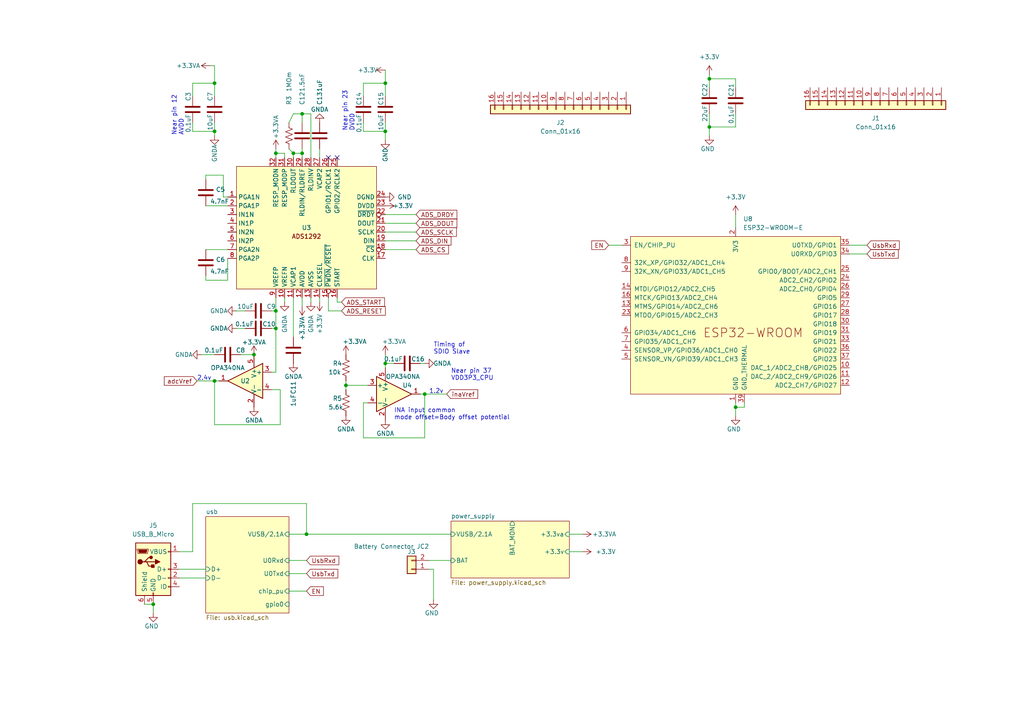
<source format=kicad_sch>
(kicad_sch (version 20231120) (generator "eeschema") (generator_version "8.0")
  (paper "A4")
  (lib_symbols
    (symbol "Amplifier_Operational:OPA340NA" (pin_names (offset 0.127))
      (property "Reference" "U" (at -1.27 6.35 0))
      (property "Value" "OPA340NA" (at -1.27 3.81 0))
      (symbol "OPA340NA_0_1"
        (polyline (pts (xy -5.08 5.08) (xy 5.08 0) (xy -5.08 -5.08) (xy -5.08 5.08)) (stroke (width 0.254)) (fill (type background)))
        (pin power_in line (at -2.54 -7.62 90) (length 3.81) (name "V-") (number "2"))
        (pin power_in line (at -2.54 7.62 270) (length 3.81) (name "V+") (number "5"))
      )
      (symbol "OPA340NA_1_1"
        (pin output line (at 7.62 0 180) (length 2.54) (name "~") (number "1"))
        (pin input line (at -7.62 2.54 0) (length 2.54) (name "+") (number "3"))
        (pin input line (at -7.62 -2.54 0) (length 2.54) (name "-") (number "4"))
      )
    )
    (symbol "Connector:USB_B_Micro" (pin_names (offset 1.016))
      (property "Reference" "J" (at -5.08 11.43 0))
      (property "Value" "USB_B_Micro" (at -5.08 8.89 0))
      (symbol "USB_B_Micro_0_1"
        (rectangle (start -5.08 -7.62) (end 5.08 7.62) (stroke (width 0.254)) (fill (type background)))
        (circle (center -3.81 2.159) (radius 0.635) (stroke (width 0.254)) (fill (type outline)))
        (circle (center -0.635 3.429) (radius 0.381) (stroke (width 0.254)) (fill (type outline)))
        (rectangle (start -0.127 -7.62) (end 0.127 -6.858))
        (polyline (pts (xy -1.905 2.159) (xy 0.635 2.159)) (stroke (width 0.254)))
        (polyline (pts (xy -3.175 2.159) (xy -2.54 2.159) (xy -1.27 3.429) (xy -0.635 3.429)) (stroke (width 0.254)))
        (polyline (pts (xy -2.54 2.159) (xy -1.905 2.159) (xy -1.27 0.889) (xy 0 0.889)) (stroke (width 0.254)))
        (polyline (pts (xy 0.635 2.794) (xy 0.635 1.524) (xy 1.905 2.159) (xy 0.635 2.794)) (stroke (width 0.254)) (fill (type outline)))
        (polyline (pts (xy -4.318 5.588) (xy -1.778 5.588) (xy -2.032 4.826) (xy -4.064 4.826) (xy -4.318 5.588)) (fill (type outline)))
        (polyline (pts (xy -4.699 5.842) (xy -4.699 5.588) (xy -4.445 4.826) (xy -4.445 4.572) (xy -1.651 4.572) (xy -1.651 4.826) (xy -1.397 5.588) (xy -1.397 5.842) (xy -4.699 5.842)))
        (rectangle (start 0.254 1.27) (end -0.508 0.508) (stroke (width 0.254)) (fill (type outline)))
        (rectangle (start 5.08 -5.207) (end 4.318 -4.953))
        (rectangle (start 5.08 -2.667) (end 4.318 -2.413))
        (rectangle (start 5.08 -0.127) (end 4.318 0.127))
        (rectangle (start 5.08 4.953) (end 4.318 5.207))
      )
      (symbol "USB_B_Micro_1_1"
        (pin power_out line (at 7.62 5.08 180) (length 2.54) (name "VBUS") (number "1"))
        (pin bidirectional line (at 7.62 -2.54 180) (length 2.54) (name "D-") (number "2"))
        (pin bidirectional line (at 7.62 0 180) (length 2.54) (name "D+") (number "3"))
        (pin passive line (at 7.62 -5.08 180) (length 2.54) (name "ID") (number "4"))
        (pin power_out line (at 0 -10.16 90) (length 2.54) (name "GND") (number "5"))
        (pin passive line (at -2.54 -10.16 90) (length 2.54) (name "Shield") (number "6"))
      )
    )
    (symbol "Connector_Generic:Conn_01x02" (pin_names (offset 1.016) hide)
      (property "Reference" "J" (at 0 2.54 0))
      (property "Value" "Conn_01x02" (at 0 -5.08 0))
      (symbol "Conn_01x02_1_1"
        (rectangle (start -1.27 -2.413) (end 0 -2.667) (stroke (width 0.1524)))
        (rectangle (start -1.27 0.127) (end 0 -0.127) (stroke (width 0.1524)))
        (rectangle (start -1.27 1.27) (end 1.27 -3.81) (stroke (width 0.254)) (fill (type background)))
        (pin passive line (at -5.08 0 0) (length 3.81) (name "Pin_1") (number "1"))
        (pin passive line (at -5.08 -2.54 0) (length 3.81) (name "Pin_2") (number "2"))
      )
    )
    (symbol "Connector_Generic:Conn_01x16" (pin_names (offset 1.016) hide)
      (property "Reference" "J" (at 0 20.32 0))
      (property "Value" "Conn_01x16" (at 0 -22.86 0))
      (symbol "Conn_01x16_1_1"
        (rectangle (start -1.27 -20.193) (end 0 -20.447) (stroke (width 0.1524)))
        (rectangle (start -1.27 -17.653) (end 0 -17.907) (stroke (width 0.1524)))
        (rectangle (start -1.27 -15.113) (end 0 -15.367) (stroke (width 0.1524)))
        (rectangle (start -1.27 -12.573) (end 0 -12.827) (stroke (width 0.1524)))
        (rectangle (start -1.27 -10.033) (end 0 -10.287) (stroke (width 0.1524)))
        (rectangle (start -1.27 -7.493) (end 0 -7.747) (stroke (width 0.1524)))
        (rectangle (start -1.27 -4.953) (end 0 -5.207) (stroke (width 0.1524)))
        (rectangle (start -1.27 -2.413) (end 0 -2.667) (stroke (width 0.1524)))
        (rectangle (start -1.27 0.127) (end 0 -0.127) (stroke (width 0.1524)))
        (rectangle (start -1.27 2.667) (end 0 2.413) (stroke (width 0.1524)))
        (rectangle (start -1.27 5.207) (end 0 4.953) (stroke (width 0.1524)))
        (rectangle (start -1.27 7.747) (end 0 7.493) (stroke (width 0.1524)))
        (rectangle (start -1.27 10.287) (end 0 10.033) (stroke (width 0.1524)))
        (rectangle (start -1.27 12.827) (end 0 12.573) (stroke (width 0.1524)))
        (rectangle (start -1.27 15.367) (end 0 15.113) (stroke (width 0.1524)))
        (rectangle (start -1.27 17.907) (end 0 17.653) (stroke (width 0.1524)))
        (rectangle (start -1.27 19.05) (end 1.27 -21.59) (stroke (width 0.254)) (fill (type background)))
        (pin passive line (at -5.08 17.78 0) (length 3.81) (name "Pin_1") (number "1"))
        (pin passive line (at -5.08 -5.08 0) (length 3.81) (name "Pin_10") (number "10"))
        (pin passive line (at -5.08 -7.62 0) (length 3.81) (name "Pin_11") (number "11"))
        (pin passive line (at -5.08 -10.16 0) (length 3.81) (name "Pin_12") (number "12"))
        (pin passive line (at -5.08 -12.7 0) (length 3.81) (name "Pin_13") (number "13"))
        (pin passive line (at -5.08 -15.24 0) (length 3.81) (name "Pin_14") (number "14"))
        (pin passive line (at -5.08 -17.78 0) (length 3.81) (name "Pin_15") (number "15"))
        (pin passive line (at -5.08 -20.32 0) (length 3.81) (name "Pin_16") (number "16"))
        (pin passive line (at -5.08 15.24 0) (length 3.81) (name "Pin_2") (number "2"))
        (pin passive line (at -5.08 12.7 0) (length 3.81) (name "Pin_3") (number "3"))
        (pin passive line (at -5.08 10.16 0) (length 3.81) (name "Pin_4") (number "4"))
        (pin passive line (at -5.08 7.62 0) (length 3.81) (name "Pin_5") (number "5"))
        (pin passive line (at -5.08 5.08 0) (length 3.81) (name "Pin_6") (number "6"))
        (pin passive line (at -5.08 2.54 0) (length 3.81) (name "Pin_7") (number "7"))
        (pin passive line (at -5.08 0 0) (length 3.81) (name "Pin_8") (number "8"))
        (pin passive line (at -5.08 -2.54 0) (length 3.81) (name "Pin_9") (number "9"))
      )
    )
    (symbol "Device:C" (pin_numbers hide) (pin_names (offset 0.254))
      (property "Reference" "C" (at 0.635 2.54 0))
      (property "Value" "C" (at 0.635 -2.54 0))
      (symbol "C_0_1"
        (polyline (pts (xy -2.032 -0.762) (xy 2.032 -0.762)) (stroke (width 0.508)))
        (polyline (pts (xy -2.032 0.762) (xy 2.032 0.762)) (stroke (width 0.508)))
      )
      (symbol "C_1_1"
        (pin passive line (at 0 3.81 270) (length 2.794) (name "~") (number "1"))
        (pin passive line (at 0 -3.81 90) (length 2.794) (name "~") (number "2"))
      )
    )
    (symbol "Device:R_US" (pin_numbers hide) (pin_names (offset 0))
      (property "Reference" "R" (at 2.54 0 90))
      (property "Value" "R_US" (at -2.54 0 90))
      (symbol "R_US_0_1"
        (polyline (pts (xy 0 -2.286) (xy 0 -2.54)))
        (polyline (pts (xy 0 2.286) (xy 0 2.54)))
        (polyline (pts (xy 0 -0.762) (xy 1.016 -1.143) (xy 0 -1.524) (xy -1.016 -1.905) (xy 0 -2.286)))
        (polyline (pts (xy 0 0.762) (xy 1.016 0.381) (xy 0 0) (xy -1.016 -0.381) (xy 0 -0.762)))
        (polyline (pts (xy 0 2.286) (xy 1.016 1.905) (xy 0 1.524) (xy -1.016 1.143) (xy 0 0.762)))
      )
      (symbol "R_US_1_1"
        (pin passive line (at 0 3.81 270) (length 1.27) (name "~") (number "1"))
        (pin passive line (at 0 -3.81 90) (length 1.27) (name "~") (number "2"))
      )
    )
    (symbol "espLib:ADS1292"
      (property "Reference" "U" (at 0 0 0))
      (property "Value" "ADS1292" (at 0 -2.54 0))
      (symbol "ADS1292_0_1"
        (rectangle (start -20.32 17.78) (end 20.32 -17.78) (stroke (width 0.1524)) (fill (type background)))
      )
      (symbol "ADS1292_1_1"
        (pin output line (at -22.86 8.89 0) (length 2.54) (name "PGA1N") (number "1"))
        (pin input line (at -6.35 -20.32 90) (length 2.54) (name "VREFN") (number "10"))
        (pin bidirectional line (at -3.81 -20.32 90) (length 2.54) (name "VCAP1") (number "11"))
        (pin power_in line (at -1.27 -20.32 90) (length 2.54) (name "AVDD") (number "12"))
        (pin power_in line (at 1.27 -20.32 90) (length 2.54) (name "AVSS") (number "13"))
        (pin input line (at 3.81 -20.32 90) (length 2.54) (name "CLKSEL") (number "14"))
        (pin input inverted (at 6.35 -20.32 90) (length 2.54) (name "~{PWDN}/~{RESET}") (number "15"))
        (pin input line (at 8.89 -20.32 90) (length 2.54) (name "START") (number "16"))
        (pin input line (at 22.86 -8.89 180) (length 2.54) (name "CLK") (number "17"))
        (pin input inverted (at 22.86 -6.35 180) (length 2.54) (name "~{CS}") (number "18"))
        (pin input line (at 22.86 -3.81 180) (length 2.54) (name "DIN") (number "19"))
        (pin output line (at -22.86 6.35 0) (length 2.54) (name "PGA1P") (number "2"))
        (pin input line (at 22.86 -1.27 180) (length 2.54) (name "SCLK") (number "20"))
        (pin output line (at 22.86 1.27 180) (length 2.54) (name "DOUT") (number "21"))
        (pin output inverted (at 22.86 3.81 180) (length 2.54) (name "~{DRDY}") (number "22"))
        (pin power_in line (at 22.86 6.35 180) (length 2.54) (name "DVDD") (number "23"))
        (pin power_in line (at 22.86 8.89 180) (length 2.54) (name "DGND") (number "24"))
        (pin bidirectional line (at 8.89 20.32 270) (length 2.54) (name "GPIO2/RCLK2") (number "25"))
        (pin bidirectional line (at 6.35 20.32 270) (length 2.54) (name "GPIO1/RCLK1") (number "26"))
        (pin bidirectional line (at 3.81 20.32 270) (length 2.54) (name "VCAP2") (number "27"))
        (pin input line (at 1.27 20.32 270) (length 2.54) (name "RLDINV") (number "28"))
        (pin input line (at -1.27 20.32 270) (length 2.54) (name "RLDIN/RLDREF") (number "29"))
        (pin input line (at -22.86 3.81 0) (length 2.54) (name "IN1N") (number "3"))
        (pin output line (at -3.81 20.32 270) (length 2.54) (name "RLDOUT") (number "30"))
        (pin bidirectional line (at -6.35 20.32 270) (length 2.54) (name "RESP_MODP") (number "31"))
        (pin bidirectional line (at -8.89 20.32 270) (length 2.54) (name "RESP_MODN") (number "32"))
        (pin input line (at -22.86 1.27 0) (length 2.54) (name "IN1P") (number "4"))
        (pin input line (at -22.86 -1.27 0) (length 2.54) (name "IN2N") (number "5"))
        (pin input line (at -22.86 -3.81 0) (length 2.54) (name "IN2P") (number "6"))
        (pin output line (at -22.86 -6.35 0) (length 2.54) (name "PGA2N") (number "7"))
        (pin output line (at -22.86 -8.89 0) (length 2.54) (name "PGA2P") (number "8"))
        (pin bidirectional line (at -8.89 -20.32 90) (length 2.54) (name "VREFP") (number "9"))
      )
    )
    (symbol "espressif_github:ESP32-WROOM-E" (pin_names (offset 1.016))
      (property "Reference" "U" (at -30.48 27.94 0))
      (property "Value" "ESP32-WROOM-E" (at -30.48 25.4 0))
      (symbol "ESP32-WROOM-E_0_1"
        (rectangle (start -30.48 22.86) (end 30.48 -22.86) (fill (type background)))
      )
      (symbol "ESP32-WROOM-E_1_1"
        (text "ESP32-­WROOM­" (at 5.08 -5.08 0) (effects (font (size 2.54 2.54))))
        (pin power_in line (at 0 -25.4 90) (length 2.54) (name "GND") (number "1"))
        (pin bidirectional line (at 33.02 -15.24 180) (length 2.54) (name "DAC_1/ADC2_CH8/GPIO25") (number "10"))
        (pin bidirectional line (at 33.02 -17.78 180) (length 2.54) (name "DAC_2/ADC2_CH9/GPIO26") (number "11"))
        (pin bidirectional line (at 33.02 -20.32 180) (length 2.54) (name "ADC2_CH7/GPIO27") (number "12"))
        (pin bidirectional line (at -33.02 2.54 0) (length 2.54) (name "MTMS/GPIO14/ADC2_CH6") (number "13"))
        (pin bidirectional line (at -33.02 7.62 0) (length 2.54) (name "MTDI/GPIO12/ADC2_CH5") (number "14"))
        (pin passive line (at 0 -25.4 90) (length 2.54) hide (name "GND") (number "15"))
        (pin bidirectional line (at -33.02 5.08 0) (length 2.54) (name "MTCK/GPIO13/ADC2_CH4") (number "16"))
        (pin power_in line (at 0 25.4 270) (length 2.54) (name "3V3") (number "2"))
        (pin bidirectional line (at -33.02 0 0) (length 2.54) (name "MTDO/GPIO15/ADC2_CH3") (number "23"))
        (pin bidirectional line (at 33.02 10.16 180) (length 2.54) (name "ADC2_CH2/GPIO2") (number "24"))
        (pin bidirectional line (at 33.02 12.7 180) (length 2.54) (name "GPIO0/BOOT/ADC2_CH1") (number "25"))
        (pin bidirectional line (at 33.02 7.62 180) (length 2.54) (name "ADC2_CH0/GPIO4") (number "26"))
        (pin bidirectional line (at 33.02 2.54 180) (length 2.54) (name "GPIO16") (number "27"))
        (pin bidirectional line (at 33.02 0 180) (length 2.54) (name "GPIO17") (number "28"))
        (pin bidirectional line (at 33.02 5.08 180) (length 2.54) (name "GPIO5") (number "29"))
        (pin input line (at -33.02 20.32 0) (length 2.54) (name "EN/CHIP_PU") (number "3"))
        (pin bidirectional line (at 33.02 -2.54 180) (length 2.54) (name "GPIO18") (number "30"))
        (pin bidirectional line (at 33.02 -5.08 180) (length 2.54) (name "GPIO19") (number "31"))
        (pin bidirectional line (at 33.02 -7.62 180) (length 2.54) (name "GPIO21") (number "33"))
        (pin bidirectional line (at 33.02 17.78 180) (length 2.54) (name "U0RXD/GPIO3") (number "34"))
        (pin bidirectional line (at 33.02 20.32 180) (length 2.54) (name "U0TXD/GPIO1") (number "35"))
        (pin bidirectional line (at 33.02 -10.16 180) (length 2.54) (name "GPIO22") (number "36"))
        (pin bidirectional line (at 33.02 -12.7 180) (length 2.54) (name "GPIO23") (number "37"))
        (pin passive line (at 0 -25.4 90) (length 2.54) hide (name "GND") (number "38"))
        (pin power_in line (at 2.54 -25.4 90) (length 2.54) (name "GND_THERMAL") (number "39"))
        (pin input line (at -33.02 -10.16 0) (length 2.54) (name "SENSOR_VP/GPIO36/ADC1_CH0") (number "4"))
        (pin input line (at -33.02 -12.7 0) (length 2.54) (name "SENSOR_VN/GPIO39/ADC1_CH3") (number "5"))
        (pin input line (at -33.02 -5.08 0) (length 2.54) (name "GPIO34/ADC1_CH6") (number "6"))
        (pin input line (at -33.02 -7.62 0) (length 2.54) (name "GPIO35/ADC1_CH7") (number "7"))
        (pin bidirectional line (at -33.02 15.24 0) (length 2.54) (name "32K_XP/GPIO32/ADC1_CH4") (number "8"))
        (pin bidirectional line (at -33.02 12.7 0) (length 2.54) (name "32K_XN/GPIO33/ADC1_CH5") (number "9"))
      )
    )
    (symbol "power:+3.3V" (power) (pin_names (offset 0))
      (property "Value" "+3.3V" (at 0 3.556 0))
      (symbol "+3.3V_0_1"
        (polyline (pts (xy -0.762 1.27) (xy 0 2.54)))
        (polyline (pts (xy 0 0) (xy 0 2.54)))
        (polyline (pts (xy 0 2.54) (xy 0.762 1.27)))
      )
      (symbol "+3.3V_1_1"
        (pin power_in line (at 0 0 90) (length 0) hide (name "+3.3V") (number "1"))
      )
    )
    (symbol "power:+3.3VA" (power) (pin_names (offset 0))
      (property "Value" "+3.3VA" (at 0 3.556 0))
      (symbol "+3.3VA_0_1"
        (polyline (pts (xy -0.762 1.27) (xy 0 2.54)))
        (polyline (pts (xy 0 0) (xy 0 2.54)))
        (polyline (pts (xy 0 2.54) (xy 0.762 1.27)))
      )
      (symbol "+3.3VA_1_1"
        (pin power_in line (at 0 0 90) (length 0) hide (name "+3.3VA") (number "1"))
      )
    )
    (symbol "power:GND" (power) (pin_names (offset 0))
      (property "Value" "GND" (at 0 -3.81 0))
      (symbol "GND_0_1"
        (polyline (pts (xy 0 0) (xy 0 -1.27) (xy 1.27 -1.27) (xy 0 -2.54) (xy -1.27 -1.27) (xy 0 -1.27)))
      )
      (symbol "GND_1_1"
        (pin power_in line (at 0 0 270) (length 0) hide (name "GND") (number "1"))
      )
    )
    (symbol "power:GNDA" (power) (pin_names (offset 0))
      (property "Value" "GNDA" (at 0 -3.81 0))
      (symbol "GNDA_0_1"
        (polyline (pts (xy 0 0) (xy 0 -1.27) (xy 1.27 -1.27) (xy 0 -2.54) (xy -1.27 -1.27) (xy 0 -1.27)))
      )
      (symbol "GNDA_1_1"
        (pin power_in line (at 0 0 270) (length 0) hide (name "GNDA") (number "1"))
      )
    )
  )
  (junction (at 87.63 33.02))
  (junction (at 205.74 22.86))
  (junction (at 80.01 44.45))
  (junction (at 111.76 24.13))
  (junction (at 62.23 110.49))
  (junction (at 123.19 114.3))
  (junction (at 44.45 175.26))
  (junction (at 100.33 111.76))
  (junction (at 80.01 95.25))
  (junction (at 87.63 44.45))
  (junction (at 88.9 154.94))
  (junction (at 62.23 38.1))
  (junction (at 62.23 24.13))
  (junction (at 73.66 102.87))
  (junction (at 111.76 38.1))
  (junction (at 213.36 118.11))
  (junction (at 85.09 44.45))
  (junction (at 111.76 105.41))
  (junction (at 205.74 36.83))
  (junction (at 80.01 90.17))
  (no_connect (at 97.79 45.72))
  (no_connect (at 95.25 45.72))
  (wire (pts (xy 87.63 33.02) (xy 90.17 33.02)))
  (wire (pts (xy 105.41 116.84) (xy 105.41 127)))
  (wire (pts (xy 80.01 90.17) (xy 80.01 95.25)))
  (wire (pts (xy 64.77 50.8) (xy 59.69 50.8)))
  (wire (pts (xy 100.33 110.49) (xy 100.33 111.76)))
  (wire (pts (xy 59.69 80.01) (xy 59.69 81.28)))
  (wire (pts (xy 68.58 95.25) (xy 71.12 95.25)))
  (wire (pts (xy 95.25 86.36) (xy 95.25 90.17)))
  (wire (pts (xy 62.23 35.56) (xy 62.23 38.1)))
  (wire (pts (xy 52.07 160.02) (xy 55.88 160.02)))
  (wire (pts (xy 62.23 24.13) (xy 62.23 27.94)))
  (wire (pts (xy 66.04 57.15) (xy 64.77 57.15)))
  (wire (pts (xy 106.68 116.84) (xy 105.41 116.84)))
  (wire (pts (xy 83.82 35.56) (xy 85.09 33.02)))
  (wire (pts (xy 111.76 24.13) (xy 111.76 27.94)))
  (wire (pts (xy 121.92 114.3) (xy 123.19 114.3)))
  (wire (pts (xy 87.63 88.9) (xy 87.63 86.36)))
  (wire (pts (xy 165.1 154.94) (xy 168.91 154.94)))
  (wire (pts (xy 82.55 45.72) (xy 82.55 44.45)))
  (wire (pts (xy 55.88 160.02) (xy 55.88 146.05)))
  (wire (pts (xy 80.01 107.95) (xy 78.74 107.95)))
  (wire (pts (xy 111.76 67.31) (xy 120.65 67.31)))
  (wire (pts (xy 78.74 90.17) (xy 80.01 90.17)))
  (wire (pts (xy 111.76 105.41) (xy 114.3 105.41)))
  (wire (pts (xy 66.04 72.39) (xy 59.69 72.39)))
  (wire (pts (xy 81.28 123.19) (xy 62.23 123.19)))
  (wire (pts (xy 62.23 110.49) (xy 63.5 110.49)))
  (wire (pts (xy 205.74 22.86) (xy 205.74 25.4)))
  (wire (pts (xy 213.36 62.23) (xy 213.36 66.04)))
  (wire (pts (xy 83.82 154.94) (xy 88.9 154.94)))
  (wire (pts (xy 111.76 69.85) (xy 120.65 69.85)))
  (wire (pts (xy 83.82 162.56) (xy 88.9 162.56)))
  (wire (pts (xy 59.69 81.28) (xy 66.04 81.28)))
  (wire (pts (xy 111.76 72.39) (xy 120.65 72.39)))
  (wire (pts (xy 81.28 113.03) (xy 81.28 123.19)))
  (wire (pts (xy 68.58 90.17) (xy 71.12 90.17)))
  (wire (pts (xy 55.88 38.1) (xy 62.23 38.1)))
  (wire (pts (xy 85.09 33.02) (xy 87.63 33.02)))
  (wire (pts (xy 83.82 166.37) (xy 88.9 166.37)))
  (wire (pts (xy 85.09 45.72) (xy 85.09 44.45)))
  (wire (pts (xy 205.74 36.83) (xy 205.74 39.37)))
  (wire (pts (xy 41.91 175.26) (xy 44.45 175.26)))
  (wire (pts (xy 88.9 154.94) (xy 130.81 154.94)))
  (wire (pts (xy 111.76 105.41) (xy 111.76 106.68)))
  (wire (pts (xy 111.76 102.87) (xy 111.76 105.41)))
  (wire (pts (xy 80.01 44.45) (xy 82.55 44.45)))
  (wire (pts (xy 111.76 35.56) (xy 111.76 38.1)))
  (wire (pts (xy 80.01 45.72) (xy 80.01 44.45)))
  (wire (pts (xy 57.15 110.49) (xy 62.23 110.49)))
  (wire (pts (xy 90.17 87.63) (xy 90.17 86.36)))
  (wire (pts (xy 246.38 71.12) (xy 251.46 71.12)))
  (wire (pts (xy 55.88 27.94) (xy 55.88 24.13)))
  (wire (pts (xy 97.79 87.63) (xy 99.06 87.63)))
  (wire (pts (xy 62.23 19.05) (xy 62.23 24.13)))
  (wire (pts (xy 88.9 146.05) (xy 88.9 154.94)))
  (wire (pts (xy 85.09 97.79) (xy 85.09 86.36)))
  (wire (pts (xy 64.77 57.15) (xy 64.77 50.8)))
  (wire (pts (xy 92.71 43.18) (xy 92.71 45.72)))
  (wire (pts (xy 165.1 160.02) (xy 168.91 160.02)))
  (wire (pts (xy 62.23 123.19) (xy 62.23 110.49)))
  (wire (pts (xy 213.36 25.4) (xy 213.36 22.86)))
  (wire (pts (xy 59.69 50.8) (xy 59.69 52.07)))
  (wire (pts (xy 106.68 111.76) (xy 100.33 111.76)))
  (wire (pts (xy 123.19 114.3) (xy 129.54 114.3)))
  (wire (pts (xy 100.33 111.76) (xy 100.33 113.03)))
  (wire (pts (xy 121.92 105.41) (xy 123.19 105.41)))
  (wire (pts (xy 52.07 165.1) (xy 59.69 165.1)))
  (wire (pts (xy 215.9 118.11) (xy 213.36 118.11)))
  (wire (pts (xy 87.63 44.45) (xy 87.63 45.72)))
  (wire (pts (xy 62.23 38.1) (xy 62.23 39.37)))
  (wire (pts (xy 205.74 21.59) (xy 205.74 22.86)))
  (wire (pts (xy 111.76 62.23) (xy 120.65 62.23)))
  (wire (pts (xy 246.38 73.66) (xy 251.46 73.66)))
  (wire (pts (xy 124.46 165.1) (xy 125.73 165.1)))
  (wire (pts (xy 78.74 95.25) (xy 80.01 95.25)))
  (wire (pts (xy 111.76 38.1) (xy 111.76 40.64)))
  (wire (pts (xy 83.82 171.45) (xy 88.9 171.45)))
  (wire (pts (xy 82.55 87.63) (xy 82.55 86.36)))
  (wire (pts (xy 111.76 20.32) (xy 111.76 24.13)))
  (wire (pts (xy 59.69 59.69) (xy 66.04 59.69)))
  (wire (pts (xy 55.88 35.56) (xy 55.88 38.1)))
  (wire (pts (xy 105.41 24.13) (xy 111.76 24.13)))
  (wire (pts (xy 87.63 43.18) (xy 87.63 44.45)))
  (wire (pts (xy 105.41 35.56) (xy 105.41 38.1)))
  (wire (pts (xy 213.36 36.83) (xy 205.74 36.83)))
  (wire (pts (xy 213.36 22.86) (xy 205.74 22.86)))
  (wire (pts (xy 95.25 90.17) (xy 99.06 90.17)))
  (wire (pts (xy 80.01 95.25) (xy 80.01 107.95)))
  (wire (pts (xy 105.41 38.1) (xy 111.76 38.1)))
  (wire (pts (xy 176.53 71.12) (xy 180.34 71.12)))
  (wire (pts (xy 111.76 64.77) (xy 120.65 64.77)))
  (wire (pts (xy 125.73 165.1) (xy 125.73 173.99)))
  (wire (pts (xy 60.96 19.05) (xy 62.23 19.05)))
  (wire (pts (xy 123.19 127) (xy 123.19 114.3)))
  (wire (pts (xy 105.41 27.94) (xy 105.41 24.13)))
  (wire (pts (xy 87.63 35.56) (xy 87.63 33.02)))
  (wire (pts (xy 213.36 116.84) (xy 213.36 118.11)))
  (wire (pts (xy 80.01 86.36) (xy 80.01 90.17)))
  (wire (pts (xy 90.17 33.02) (xy 90.17 45.72)))
  (wire (pts (xy 215.9 116.84) (xy 215.9 118.11)))
  (wire (pts (xy 85.09 44.45) (xy 87.63 44.45)))
  (wire (pts (xy 213.36 33.02) (xy 213.36 36.83)))
  (wire (pts (xy 97.79 86.36) (xy 97.79 87.63)))
  (wire (pts (xy 92.71 87.63) (xy 92.71 86.36)))
  (wire (pts (xy 44.45 175.26) (xy 44.45 177.8)))
  (wire (pts (xy 80.01 43.18) (xy 80.01 44.45)))
  (wire (pts (xy 213.36 118.11) (xy 213.36 120.65)))
  (wire (pts (xy 55.88 146.05) (xy 88.9 146.05)))
  (wire (pts (xy 69.85 102.87) (xy 73.66 102.87)))
  (wire (pts (xy 66.04 81.28) (xy 66.04 74.93)))
  (wire (pts (xy 124.46 162.56) (xy 130.81 162.56)))
  (wire (pts (xy 55.88 24.13) (xy 62.23 24.13)))
  (wire (pts (xy 205.74 36.83) (xy 205.74 33.02)))
  (wire (pts (xy 58.42 102.87) (xy 62.23 102.87)))
  (wire (pts (xy 78.74 113.03) (xy 81.28 113.03)))
  (wire (pts (xy 52.07 167.64) (xy 59.69 167.64)))
  (wire (pts (xy 85.09 44.45) (xy 83.82 43.18)))
  (wire (pts (xy 105.41 127) (xy 123.19 127)))
  (text "1.2v" (at 124.46 114.3 0) (effects (font (size 1.27 1.27)) (justify left bottom)))
  (text "Near pin 23\nDVDD" (at 102.87 38.1 90) (effects (font (size 1.27 1.27)) (justify left bottom)))
  (text "Timing of \nSDIO Slave" (at 125.73 102.87 0) (effects (font (size 1.27 1.27)) (justify left bottom)))
  (text "INA input common\nmode offset=Body offset potential" (at 114.3 121.92 0) (effects (font (size 1.27 1.27)) (justify left bottom)))
  (text "Near pin 12\nAVDD" (at 53.34 39.37 90) (effects (font (size 1.27 1.27)) (justify left bottom)))
  (text "Near pin 37\nVDD3P3_CPU" (at 130.81 110.49 0) (effects (font (size 1.27 1.27)) (justify left bottom)))
  (text "2.4v" (at 57.15 110.49 0) (effects (font (size 1.27 1.27)) (justify left bottom)))
  (global_label "EN" (shape input) (at 88.9 171.45 0) (property "Intersheetrefs" "${INTERSHEET_REFS}" (effects (hide yes))))
  (global_label "UsbTxd" (shape input) (at 251.46 73.66 0) (property "Intersheetrefs" "${INTERSHEET_REFS}" (effects (hide yes))))
  (global_label "UsbTxd" (shape input) (at 88.9 166.37 0) (property "Intersheetrefs" "${INTERSHEET_REFS}" (effects (hide yes))))
  (global_label "ADS_START" (shape input) (at 99.06 87.63 0) (property "Intersheetrefs" "${INTERSHEET_REFS}" (effects (hide yes))))
  (global_label "EN" (shape input) (at 176.53 71.12 180) (property "Intersheetrefs" "${INTERSHEET_REFS}" (effects (hide yes))))
  (global_label "ADS_RESET" (shape input) (at 99.06 90.17 0) (property "Intersheetrefs" "${INTERSHEET_REFS}" (effects (hide yes))))
  (global_label "inaVref" (shape input) (at 129.54 114.3 0) (property "Intersheetrefs" "${INTERSHEET_REFS}" (effects (hide yes))))
  (global_label "UsbRxd" (shape input) (at 251.46 71.12 0) (property "Intersheetrefs" "${INTERSHEET_REFS}" (effects (hide yes))))
  (global_label "ADS_DIN" (shape input) (at 120.65 69.85 0) (property "Intersheetrefs" "${INTERSHEET_REFS}" (effects (hide yes))))
  (global_label "ADS_CS" (shape input) (at 120.65 72.39 0) (property "Intersheetrefs" "${INTERSHEET_REFS}" (effects (hide yes))))
  (global_label "adcVref" (shape input) (at 57.15 110.49 180) (property "Intersheetrefs" "${INTERSHEET_REFS}" (effects (hide yes))))
  (global_label "UsbRxd" (shape input) (at 88.9 162.56 0) (property "Intersheetrefs" "${INTERSHEET_REFS}" (effects (hide yes))))
  (global_label "ADS_DOUT" (shape input) (at 120.65 64.77 0) (property "Intersheetrefs" "${INTERSHEET_REFS}" (effects (hide yes))))
  (global_label "ADS_DRDY" (shape input) (at 120.65 62.23 0) (property "Intersheetrefs" "${INTERSHEET_REFS}" (effects (hide yes))))
  (global_label "ADS_SCLK" (shape input) (at 120.65 67.31 0) (property "Intersheetrefs" "${INTERSHEET_REFS}" (effects (hide yes))))
  (symbol (lib_id "Device:C") (at 62.23 31.75 180) (unit 1)
    (property "Reference" "C7" (at 60.96 26.67 90) (effects (justify left)))
    (property "Value" "10uF" (at 60.96 33.02 90) (effects (justify left)))
    (property "Footprint" "Capacitor_SMD:C_0805_2012Metric_Pad1.18x1.45mm_HandSolder" (effects (hide yes)))
  )
  (symbol (lib_id "Amplifier_Operational:OPA340NA") (at 71.12 110.49 0) (mirror y) (unit 1)
    (property "Reference" "U2" (at 71.12 110.49 0))
    (property "Value" "OPA340NA" (at 66.04 106.68 0))
    (property "Footprint" "Package_TO_SOT_SMD:SOT-23-5" (effects (hide yes)))
    (property "Datasheet" "http://www.ti.com/lit/ds/symlink/opa340.pdf" (effects (hide yes)))
    (property "Sim.Device" "SPICE" (effects (hide yes)))
    (property "Sim.Params" "type=\"X\" model=\"OPA340\" lib=\"libs\\OPA340.LIB\"" (effects (hide yes)))
    (property "Sim.Pins" "3=1 4=2 5=3 2=4 1=5" (effects (hide yes)))
  )
  (symbol (lib_id "power:GNDA") (at 68.58 95.25 270) (unit 1)
    (property "Reference" "#PWR013" (effects (hide yes)))
    (property "Value" "GNDA" (at 63.5 95.25 90))
  )
  (symbol (lib_id "power:GND") (at 205.74 39.37 0) (unit 1)
    (property "Reference" "#PWR044" (effects (hide yes)))
    (property "Value" "GND" (at 203.2 43.18 0) (effects (justify left)))
  )
  (symbol (lib_id "power:+3.3VA") (at 168.91 154.94 270) (unit 1)
    (property "Reference" "#PWR034" (effects (hide yes)))
    (property "Value" "+3.3VA" (at 175.26 154.94 90))
  )
  (symbol (lib_id "espressif_github:ESP32-WROOM-E") (at 213.36 91.44 0) (unit 1)
    (property "Reference" "U8" (at 215.5541 63.5 0) (effects (justify left)))
    (property "Value" "ESP32-WROOM-E" (at 215.5541 66.04 0) (effects (justify left)))
    (property "Footprint" "PCM_Espressif:ESP32-WROOM-32E" (effects (hide yes)))
    (property "Datasheet" "https://www.espressif.com/sites/default/files/documentation/esp32-wroom-32e_esp32-wroom-32ue_datasheet_en.pdf" (effects (hide yes)))
    (property "Description" "ESP32-WROOM-32E integrates ESP32-D0WD-V3, with higher stability and safety performance." (effects (hide yes)))
  )
  (symbol (lib_id "power:GNDA") (at 68.58 90.17 270) (unit 1)
    (property "Reference" "#PWR012" (effects (hide yes)))
    (property "Value" "GNDA" (at 63.5 90.17 90))
  )
  (symbol (lib_id "Device:R_US") (at 100.33 116.84 180) (unit 1)
    (property "Reference" "R5" (at 96.52 115.57 0) (effects (justify right)))
    (property "Value" "5.6k" (at 95.25 118.11 0) (effects (justify right)))
    (property "Footprint" "Resistor_SMD:R_0805_2012Metric_Pad1.20x1.40mm_HandSolder" (effects (hide yes)))
  )
  (symbol (lib_id "power:+3.3V") (at 205.74 21.59 0) (unit 1)
    (property "Reference" "#PWR043" (effects (hide yes)))
    (property "Value" "+3.3V" (at 205.74 16.51 0))
  )
  (symbol (lib_id "power:GNDA") (at 111.76 121.92 0) (unit 1)
    (property "Reference" "#PWR026" (effects (hide yes)))
    (property "Value" "GNDA" (at 111.76 125.73 0))
  )
  (symbol (lib_id "power:GND") (at 213.36 120.65 0) (unit 1)
    (property "Reference" "#PWR041" (effects (hide yes)))
    (property "Value" "GND" (at 210.82 124.46 0) (effects (justify left)))
  )
  (symbol (lib_id "power:+3.3VA") (at 73.66 102.87 0) (unit 1)
    (property "Reference" "#PWR014" (effects (hide yes)))
    (property "Value" "+3.3VA" (at 73.66 99.2655 0))
  )
  (symbol (lib_id "power:GNDA") (at 92.71 35.56 180) (unit 1)
    (property "Reference" "#PWR021" (effects (hide yes)))
    (property "Value" "GNDA" (at 92.71 31.75 0))
  )
  (symbol (lib_id "power:GND") (at 111.76 40.64 0) (unit 1)
    (property "Reference" "#PWR028" (effects (hide yes)))
    (property "Value" "GND" (at 111.76 46.99 90) (effects (justify left)))
  )
  (symbol (lib_id "Device:C") (at 74.93 90.17 90) (unit 1)
    (property "Reference" "C9" (at 80.01 88.9 90) (effects (justify left)))
    (property "Value" "10uF" (at 73.66 88.9 90) (effects (justify left)))
    (property "Footprint" "Capacitor_SMD:C_0805_2012Metric_Pad1.18x1.45mm_HandSolder" (effects (hide yes)))
  )
  (symbol (lib_id "Device:C") (at 74.93 95.25 90) (unit 1)
    (property "Reference" "C10" (at 80.01 93.98 90) (effects (justify left)))
    (property "Value" "0.1uF" (at 73.66 93.98 90) (effects (justify left)))
    (property "Footprint" "Capacitor_SMD:C_0805_2012Metric_Pad1.18x1.45mm_HandSolder" (effects (hide yes)))
  )
  (symbol (lib_id "power:GND") (at 125.73 173.99 0) (unit 1)
    (property "Reference" "#PWR038" (effects (hide yes)))
    (property "Value" "GND" (at 123.19 177.8 0) (effects (justify left)))
  )
  (symbol (lib_id "Device:C") (at 111.76 31.75 180) (unit 1)
    (property "Reference" "C15" (at 110.49 26.67 90) (effects (justify left)))
    (property "Value" "10uF" (at 110.49 33.02 90) (effects (justify left)))
    (property "Footprint" "Capacitor_SMD:C_0805_2012Metric_Pad1.18x1.45mm_HandSolder" (effects (hide yes)))
  )
  (symbol (lib_id "Connector:USB_B_Micro") (at 44.45 165.1 0) (unit 1)
    (property "Reference" "J5" (at 44.45 152.4 0))
    (property "Value" "USB_B_Micro" (at 44.45 154.94 0))
    (property "Footprint" "Connector_USB:USB3_Micro-B_Connfly_DS1104-01" (effects (hide yes)))
  )
  (symbol (lib_id "Device:C") (at 59.69 76.2 0) (unit 1)
    (property "Reference" "C6" (at 62.611 75.2915 0) (effects (justify left)))
    (property "Value" "4.7nF" (at 60.96 78.74 0) (effects (justify left)))
    (property "Footprint" "Capacitor_SMD:C_0805_2012Metric_Pad1.18x1.45mm_HandSolder" (effects (hide yes)))
  )
  (symbol (lib_id "Connector_Generic:Conn_01x02") (at 119.38 165.1 180) (unit 1)
    (property "Reference" "J3" (at 119.38 160.02 0))
    (property "Value" "Battery Connector JC2" (at 113.538 158.496 0))
    (property "Footprint" "Connector_JST:JST_EH_B2B-EH-A_1x02_P2.50mm_Vertical" (effects (hide yes)))
  )
  (symbol (lib_id "Device:C") (at 87.63 39.37 0) (unit 1)
    (property "Reference" "C12" (at 87.63 30.48 90) (effects (justify left)))
    (property "Value" "1.5nF" (at 87.63 26.67 90) (effects (justify left)))
    (property "Footprint" "Capacitor_SMD:C_0805_2012Metric_Pad1.18x1.45mm_HandSolder" (effects (hide yes)))
  )
  (symbol (lib_id "power:+3.3V") (at 92.71 87.63 180) (unit 1)
    (property "Reference" "#PWR022" (effects (hide yes)))
    (property "Value" "+3.3V" (at 92.71 93.98 90))
  )
  (symbol (lib_id "Device:C") (at 213.36 29.21 180) (unit 1)
    (property "Reference" "C21" (at 212.09 24.13 90) (effects (justify left)))
    (property "Value" "0.1uF" (at 212.09 30.48 90) (effects (justify left)))
    (property "Footprint" "Capacitor_SMD:C_0805_2012Metric_Pad1.18x1.45mm_HandSolder" (effects (hide yes)))
  )
  (symbol (lib_id "power:GND") (at 111.76 57.15 90) (unit 1)
    (property "Reference" "#PWR029" (effects (hide yes)))
    (property "Value" "GND" (at 119.38 57.15 90) (effects (justify left)))
  )
  (symbol (lib_id "power:GNDA") (at 100.33 120.65 0) (unit 1)
    (property "Reference" "#PWR024" (effects (hide yes)))
    (property "Value" "GNDA" (at 100.33 124.46 0))
  )
  (symbol (lib_id "power:+3.3VA") (at 80.01 43.18 0) (unit 1)
    (property "Reference" "#PWR016" (effects (hide yes)))
    (property "Value" "+3.3VA" (at 80.01 36.83 90))
  )
  (symbol (lib_id "Device:C") (at 118.11 105.41 90) (unit 1)
    (property "Reference" "C16" (at 123.19 104.14 90) (effects (justify left)))
    (property "Value" "0.1uF" (at 116.84 104.14 90) (effects (justify left)))
    (property "Footprint" "Capacitor_SMD:C_0805_2012Metric_Pad1.18x1.45mm_HandSolder" (effects (hide yes)))
  )
  (symbol (lib_id "power:+3.3V") (at 111.76 59.69 270) (unit 1)
    (property "Reference" "#PWR030" (effects (hide yes)))
    (property "Value" "+3.3V" (at 116.84 59.69 90))
  )
  (symbol (lib_id "power:+3.3VA") (at 87.63 88.9 180) (unit 1)
    (property "Reference" "#PWR019" (effects (hide yes)))
    (property "Value" "+3.3VA" (at 87.63 95.25 90))
  )
  (symbol (lib_id "espLib:ADS1292") (at 88.9 66.04 0) (unit 1)
    (property "Reference" "U3" (at 88.9 66.04 0))
    (property "Value" "ADS1292" (at 88.9 68.58 0))
    (property "Footprint" "Package_QFP:PQFP-32_5x5mm_P0.5mm" (effects (hide yes)))
  )
  (symbol (lib_id "Connector_Generic:Conn_01x16") (at 255.27 30.48 270) (unit 1)
    (property "Reference" "J1" (at 254 34.29 90))
    (property "Value" "Conn_01x16" (at 254 36.83 90))
    (property "Footprint" "Connector_FFC-FPC:Hirose_FH12-16S-0.5SH_1x16-1MP_P0.50mm_Horizontal" (effects (hide yes)))
  )
  (symbol (lib_id "power:+3.3V") (at 168.91 160.02 270) (unit 1)
    (property "Reference" "#PWR040" (effects (hide yes)))
    (property "Value" "+3.3V" (at 172.72 160.02 90) (effects (justify left)))
  )
  (symbol (lib_id "power:GNDA") (at 82.55 87.63 0) (unit 1)
    (property "Reference" "#PWR017" (effects (hide yes)))
    (property "Value" "GNDA" (at 82.55 93.98 90))
  )
  (symbol (lib_id "Amplifier_Operational:OPA340NA") (at 114.3 114.3 0) (unit 1)
    (property "Reference" "U4" (at 118.11 111.76 0))
    (property "Value" "OPA340NA" (at 116.84 109.22 0))
    (property "Footprint" "Package_TO_SOT_SMD:SOT-23-5" (effects (hide yes)))
    (property "Datasheet" "http://www.ti.com/lit/ds/symlink/opa340.pdf" (effects (hide yes)))
    (property "Sim.Device" "SPICE" (effects (hide yes)))
    (property "Sim.Params" "type=\"X\" model=\"OPA340\" lib=\"libs\\OPA340.LIB\"" (effects (hide yes)))
    (property "Sim.Pins" "3=1 4=2 5=3 2=4 1=5" (effects (hide yes)))
  )
  (symbol (lib_id "power:GNDA") (at 85.09 105.41 0) (unit 1)
    (property "Reference" "#PWR018" (effects (hide yes)))
    (property "Value" "GNDA" (at 85.09 109.22 0))
  )
  (symbol (lib_id "Connector_Generic:Conn_01x16") (at 163.83 31.75 270) (unit 1)
    (property "Reference" "J2" (at 162.56 35.56 90))
    (property "Value" "Conn_01x16" (at 162.56 38.1 90))
    (property "Footprint" "Connector_FFC-FPC:Hirose_FH12-16S-0.5SH_1x16-1MP_P0.50mm_Horizontal" (effects (hide yes)))
  )
  (symbol (lib_id "power:GNDA") (at 73.66 118.11 0) (unit 1)
    (property "Reference" "#PWR015" (effects (hide yes)))
    (property "Value" "GNDA" (at 73.66 121.92 0))
  )
  (symbol (lib_id "Device:C") (at 92.71 39.37 0) (unit 1)
    (property "Reference" "C13" (at 92.71 30.48 90) (effects (justify left)))
    (property "Value" "1uF" (at 92.71 26.67 90) (effects (justify left)))
    (property "Footprint" "Capacitor_SMD:C_0805_2012Metric_Pad1.18x1.45mm_HandSolder" (effects (hide yes)))
  )
  (symbol (lib_id "Device:R_US") (at 83.82 39.37 180) (unit 1)
    (property "Reference" "R3" (at 83.82 30.48 90) (effects (justify right)))
    (property "Value" "1MOm" (at 83.82 26.67 90) (effects (justify right)))
    (property "Footprint" "Resistor_SMD:R_0805_2012Metric_Pad1.20x1.40mm_HandSolder" (effects (hide yes)))
  )
  (symbol (lib_id "Device:C") (at 66.04 102.87 90) (unit 1)
    (property "Reference" "C8" (at 71.12 101.6 90) (effects (justify left)))
    (property "Value" "0.1uF" (at 64.77 101.6 90) (effects (justify left)))
    (property "Footprint" "Capacitor_SMD:C_0805_2012Metric_Pad1.18x1.45mm_HandSolder" (effects (hide yes)))
  )
  (symbol (lib_id "Device:C") (at 59.69 55.88 0) (unit 1)
    (property "Reference" "C5" (at 62.611 54.9715 0) (effects (justify left)))
    (property "Value" "4.7nF" (at 60.96 58.42 0) (effects (justify left)))
    (property "Footprint" "Capacitor_SMD:C_0805_2012Metric_Pad1.18x1.45mm_HandSolder" (effects (hide yes)))
  )
  (symbol (lib_id "Device:C") (at 205.74 29.21 180) (unit 1)
    (property "Reference" "C22" (at 204.47 24.13 90) (effects (justify left)))
    (property "Value" "22uF" (at 204.47 30.48 90) (effects (justify left)))
    (property "Footprint" "Capacitor_SMD:C_0805_2012Metric_Pad1.18x1.45mm_HandSolder" (effects (hide yes)))
  )
  (symbol (lib_id "power:+3.3V") (at 213.36 62.23 0) (unit 1)
    (property "Reference" "#PWR042" (effects (hide yes)))
    (property "Value" "+3.3V" (at 213.36 57.15 0))
  )
  (symbol (lib_id "Device:R_US") (at 100.33 106.68 180) (unit 1)
    (property "Reference" "R4" (at 96.52 105.41 0) (effects (justify right)))
    (property "Value" "10k" (at 95.25 107.95 0) (effects (justify right)))
    (property "Footprint" "Resistor_SMD:R_0805_2012Metric_Pad1.20x1.40mm_HandSolder" (effects (hide yes)))
  )
  (symbol (lib_id "Device:C") (at 105.41 31.75 180) (unit 1)
    (property "Reference" "C14" (at 104.14 26.67 90) (effects (justify left)))
    (property "Value" "0.1uF" (at 104.14 33.02 90) (effects (justify left)))
    (property "Footprint" "Capacitor_SMD:C_0805_2012Metric_Pad1.18x1.45mm_HandSolder" (effects (hide yes)))
  )
  (symbol (lib_id "power:+3.3VA") (at 60.96 19.05 90) (unit 1)
    (property "Reference" "#PWR08" (effects (hide yes)))
    (property "Value" "+3.3VA" (at 54.61 19.05 90))
  )
  (symbol (lib_id "Device:C") (at 85.09 101.6 180) (unit 1)
    (property "Reference" "C11" (at 85.09 110.49 90) (effects (justify left)))
    (property "Value" "1uF" (at 85.09 114.3 90) (effects (justify left)))
    (property "Footprint" "Capacitor_SMD:C_0805_2012Metric_Pad1.18x1.45mm_HandSolder" (effects (hide yes)))
  )
  (symbol (lib_id "power:+3.3VA") (at 111.76 102.87 0) (unit 1)
    (property "Reference" "#PWR025" (effects (hide yes)))
    (property "Value" "+3.3VA" (at 114.3 99.06 0))
  )
  (symbol (lib_id "power:+3.3VA") (at 100.33 102.87 0) (unit 1)
    (property "Reference" "#PWR023" (effects (hide yes)))
    (property "Value" "+3.3VA" (at 102.87 99.06 0))
  )
  (symbol (lib_id "power:GNDA") (at 90.17 87.63 0) (unit 1)
    (property "Reference" "#PWR020" (effects (hide yes)))
    (property "Value" "GNDA" (at 90.17 93.98 90))
  )
  (symbol (lib_id "power:+3.3V") (at 111.76 20.32 90) (unit 1)
    (property "Reference" "#PWR027" (effects (hide yes)))
    (property "Value" "+3.3V" (at 106.68 20.32 90))
  )
  (symbol (lib_id "power:GND") (at 44.45 177.8 0) (unit 1)
    (property "Reference" "#PWR01" (effects (hide yes)))
    (property "Value" "GND" (at 41.91 181.61 0) (effects (justify left)))
  )
  (symbol (lib_id "power:GNDA") (at 62.23 39.37 0) (unit 1)
    (property "Reference" "#PWR09" (effects (hide yes)))
    (property "Value" "GNDA" (at 62.23 44.45 90))
  )
  (symbol (lib_id "power:GNDA") (at 123.19 105.41 90) (unit 1)
    (property "Reference" "#PWR031" (effects (hide yes)))
    (property "Value" "GNDA" (at 128.27 105.41 90))
  )
  (symbol (lib_id "Device:C") (at 55.88 31.75 180) (unit 1)
    (property "Reference" "C3" (at 54.61 26.67 90) (effects (justify left)))
    (property "Value" "0.1uF" (at 54.61 33.02 90) (effects (justify left)))
    (property "Footprint" "Capacitor_SMD:C_0805_2012Metric_Pad1.18x1.45mm_HandSolder" (effects (hide yes)))
  )
  (symbol (lib_id "power:GNDA") (at 58.42 102.87 270) (unit 1)
    (property "Reference" "#PWR07" (effects (hide yes)))
    (property "Value" "GNDA" (at 53.34 102.87 90))
  )
  (sheet (at 59.69 149.86) (size 24.13 27.94) (stroke (width 0.1524)) (fill (color 255 255 194 1.0000))
    (property "Sheetname" "usb" (at 59.69 149.1484 0) (effects (justify left bottom)))
    (property "Sheetfile" "usb.kicad_sch" (at 59.69 178.3846 0) (effects (justify left top)))
    (pin "chip_pu" input (at 83.82 171.45 0))
    (pin "gpio0" input (at 83.82 175.26 0))
    (pin "VUSB{slash}2.1A" input (at 83.82 154.94 0))
    (pin "D+" input (at 59.69 165.1 180))
    (pin "D-" input (at 59.69 167.64 180))
    (pin "U0Rxd" input (at 83.82 162.56 0))
    (pin "U0Txd" input (at 83.82 166.37 0))
  )
  (sheet (at 130.81 151.13) (size 34.29 16.51) (stroke (width 0.1524)) (fill (color 255 255 194 1.0000))
    (property "Sheetname" "power_supply" (at 130.81 150.4184 0) (effects (justify left bottom)))
    (property "Sheetfile" "power_supply.kicad_sch" (at 130.81 168.2246 0) (effects (justify left top)))
    (pin "VUSB{slash}2.1A" input (at 130.81 154.94 180))
    (pin "+3.3va" input (at 165.1 154.94 0))
    (pin "BAT_MON" output (at 148.59 151.13 90))
    (pin "+3.3v" input (at 165.1 160.02 0))
    (pin "BAT" input (at 130.81 162.56 180))
  )
)
</source>
